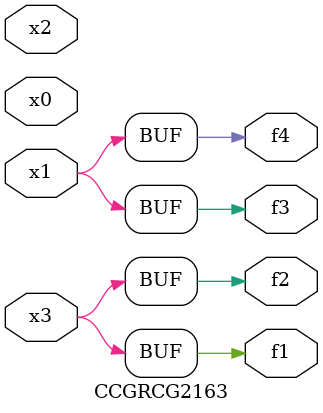
<source format=v>
module CCGRCG2163(
	input x0, x1, x2, x3,
	output f1, f2, f3, f4
);
	assign f1 = x3;
	assign f2 = x3;
	assign f3 = x1;
	assign f4 = x1;
endmodule

</source>
